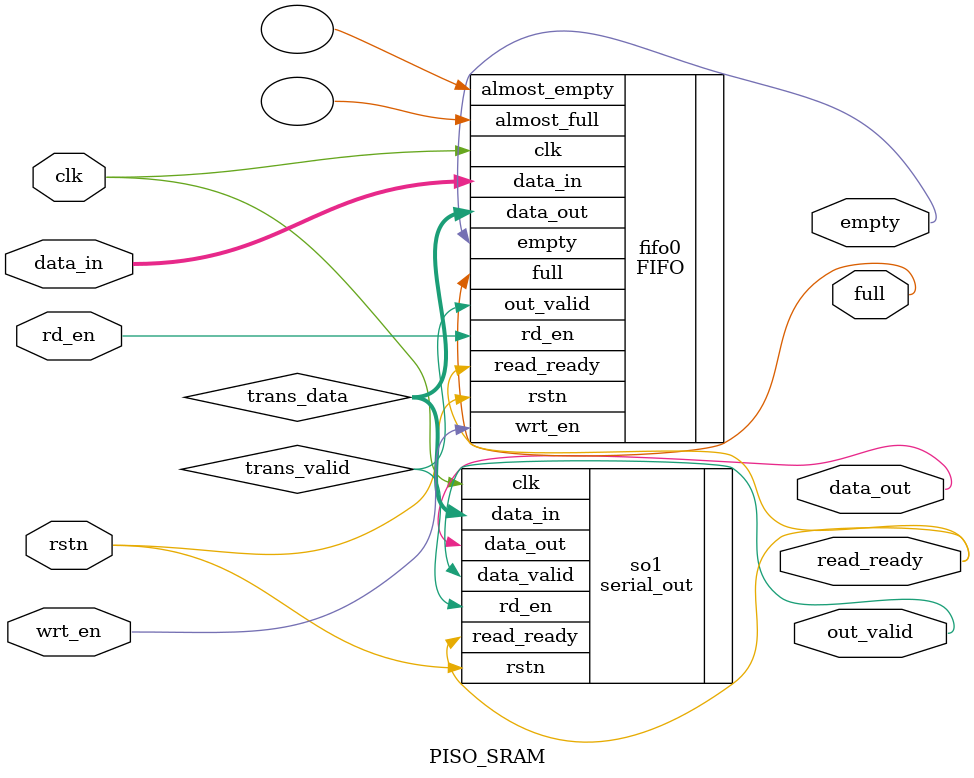
<source format=v>
`timescale 1ns/1ps

module PISO_SRAM#(
    parameter width = 32,
    parameter depth = 64,
    parameter ptr_w = 6
)
(
    clk, rstn,
    rd_en, wrt_en,
    data_in,
    data_out,
    full, empty,
    out_valid,
    read_ready
);
input clk, rstn;
input rd_en, wrt_en;
input [width-1 : 0] data_in;
output data_out;
output full, empty;
output out_valid;
output read_ready;

//reg full, empty;
//reg [ptr_w-1 : 0] waddr, raddr;

//reg is_reading;

wire [width-1 : 0] trans_data;
wire trans_valid;

FIFO fifo0(
    .clk(clk), 
    .rstn(rstn),
    .rd_en(rd_en), 
    .wrt_en(wrt_en),
    .data_in(data_in),
    .read_ready(read_ready),
    .data_out(trans_data),
    .full(full), 
    .empty(empty),
    .out_valid(trans_valid),
    .almost_full(),
    .almost_empty());

serial_out so1(
    .clk(clk), .rstn(rstn),
    .rd_en(trans_valid),
    .data_in(trans_data),
    .data_out(data_out),
    .read_ready(read_ready),
    .data_valid(out_valid)
);


endmodule
</source>
